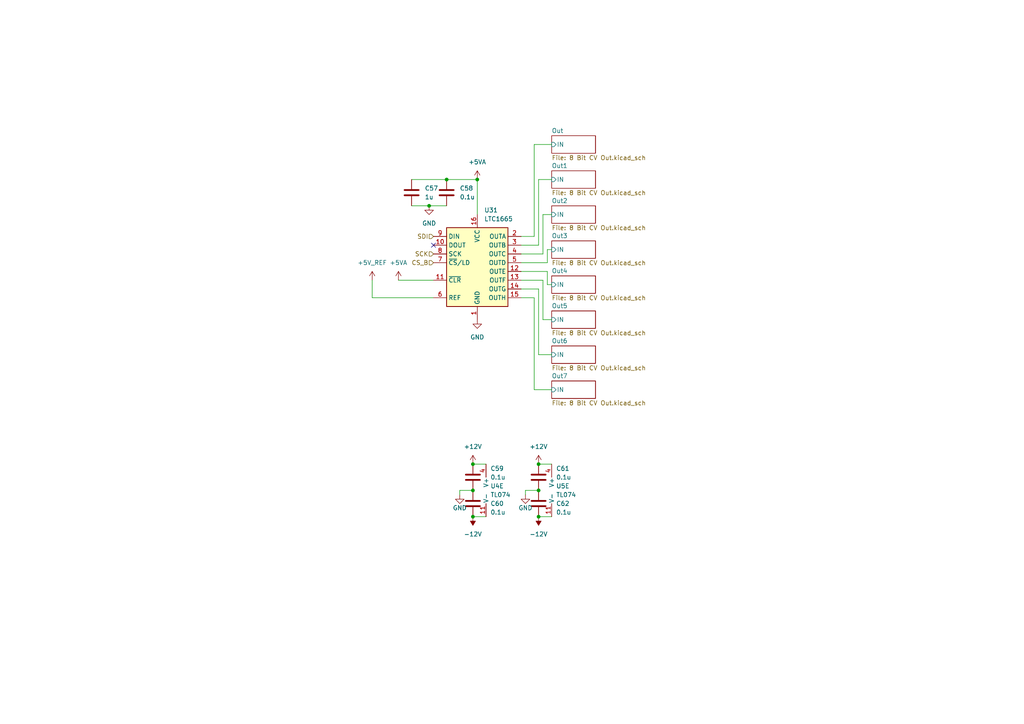
<source format=kicad_sch>
(kicad_sch (version 20211123) (generator eeschema)
  (paper "A4")
  (lib_symbols
    (symbol "Amplifier_Operational:TL074" (pin_names (offset 0.127))
      (property "Reference" "U" (at 0 5.08 0))
      (property "Value" "TL074" (at 0 -5.08 0))
      (symbol "TL074_1_1"
        (polyline (pts (xy -5.08 5.08) (xy 5.08 0) (xy -5.08 -5.08) (xy -5.08 5.08)) (stroke (width 0.254)) (fill (type background)))
        (pin output line (at 7.62 0 180) (length 2.54) (name "~") (number "1"))
        (pin input line (at -7.62 -2.54 0) (length 2.54) (name "-") (number "2"))
        (pin input line (at -7.62 2.54 0) (length 2.54) (name "+") (number "3"))
      )
      (symbol "TL074_2_1"
        (polyline (pts (xy -5.08 5.08) (xy 5.08 0) (xy -5.08 -5.08) (xy -5.08 5.08)) (stroke (width 0.254)) (fill (type background)))
        (pin input line (at -7.62 2.54 0) (length 2.54) (name "+") (number "5"))
        (pin input line (at -7.62 -2.54 0) (length 2.54) (name "-") (number "6"))
        (pin output line (at 7.62 0 180) (length 2.54) (name "~") (number "7"))
      )
      (symbol "TL074_3_1"
        (polyline (pts (xy -5.08 5.08) (xy 5.08 0) (xy -5.08 -5.08) (xy -5.08 5.08)) (stroke (width 0.254)) (fill (type background)))
        (pin input line (at -7.62 2.54 0) (length 2.54) (name "+") (number "10"))
        (pin output line (at 7.62 0 180) (length 2.54) (name "~") (number "8"))
        (pin input line (at -7.62 -2.54 0) (length 2.54) (name "-") (number "9"))
      )
      (symbol "TL074_4_1"
        (polyline (pts (xy -5.08 5.08) (xy 5.08 0) (xy -5.08 -5.08) (xy -5.08 5.08)) (stroke (width 0.254)) (fill (type background)))
        (pin input line (at -7.62 2.54 0) (length 2.54) (name "+") (number "12"))
        (pin input line (at -7.62 -2.54 0) (length 2.54) (name "-") (number "13"))
        (pin output line (at 7.62 0 180) (length 2.54) (name "~") (number "14"))
      )
      (symbol "TL074_5_1"
        (pin power_in line (at -2.54 -7.62 90) (length 3.81) (name "V-") (number "11"))
        (pin power_in line (at -2.54 7.62 270) (length 3.81) (name "V+") (number "4"))
      )
    )
    (symbol "Custom:+5V_REF" (power) (in_bom no) (on_board no)
      (property "Value" "+5V_REF" (at 0 3.81 0))
      (symbol "+5V_REF_0_1"
        (polyline (pts (xy 0 0) (xy 0 2.54)))
        (polyline (pts (xy 0 2.54) (xy -0.762 1.27)))
        (polyline (pts (xy 0 2.54) (xy 0.762 1.27)))
      )
      (symbol "+5V_REF_1_1"
        (pin power_in line (at 0 0 90) (length 0) hide (name "+5V_REF") (number "1"))
      )
    )
    (symbol "Custom:LTC1665"
      (property "Reference" "U" (at -7.62 16.51 0))
      (property "Value" "LTC1665" (at -7.62 13.97 0))
      (symbol "LTC1665_0_1"
        (rectangle (start -8.89 11.43) (end 8.89 -11.43) (stroke (width 0.254)) (fill (type background)))
      )
      (symbol "LTC1665_1_1"
        (pin power_in line (at 0 -15.24 90) (length 3.81) (name "GND") (number "1"))
        (pin output line (at -12.7 6.35 0) (length 3.81) (name "DOUT") (number "10"))
        (pin input line (at -12.7 -3.81 0) (length 3.81) (name "~{CLR}") (number "11"))
        (pin output line (at 12.7 -1.27 180) (length 3.81) (name "OUTE") (number "12"))
        (pin output line (at 12.7 -3.81 180) (length 3.81) (name "OUTF") (number "13"))
        (pin output line (at 12.7 -6.35 180) (length 3.81) (name "OUTG") (number "14"))
        (pin output line (at 12.7 -8.89 180) (length 3.81) (name "OUTH") (number "15"))
        (pin power_in line (at 0 15.24 270) (length 3.81) (name "VCC") (number "16"))
        (pin output line (at 12.7 8.89 180) (length 3.81) (name "OUTA") (number "2"))
        (pin output line (at 12.7 6.35 180) (length 3.81) (name "OUTB") (number "3"))
        (pin output line (at 12.7 3.81 180) (length 3.81) (name "OUTC") (number "4"))
        (pin output line (at 12.7 1.27 180) (length 3.81) (name "OUTD") (number "5"))
        (pin input line (at -12.7 -8.89 0) (length 3.81) (name "REF") (number "6"))
        (pin input line (at -12.7 1.27 0) (length 3.81) (name "~{CS}/LD") (number "7"))
        (pin input line (at -12.7 3.81 0) (length 3.81) (name "SCK") (number "8"))
        (pin input line (at -12.7 8.89 0) (length 3.81) (name "DIN") (number "9"))
      )
    )
    (symbol "Device:C" (pin_numbers hide) (pin_names (offset 0.254))
      (property "Reference" "C" (at 0.635 2.54 0))
      (property "Value" "C" (at 0.635 -2.54 0))
      (symbol "C_0_1"
        (polyline (pts (xy -2.032 -0.762) (xy 2.032 -0.762)) (stroke (width 0.508)))
        (polyline (pts (xy -2.032 0.762) (xy 2.032 0.762)) (stroke (width 0.508)))
      )
      (symbol "C_1_1"
        (pin passive line (at 0 3.81 270) (length 2.794) (name "~") (number "1"))
        (pin passive line (at 0 -3.81 90) (length 2.794) (name "~") (number "2"))
      )
    )
    (symbol "power:+12V" (power) (pin_names (offset 0))
      (property "Value" "+12V" (at 0 3.556 0))
      (symbol "+12V_0_1"
        (polyline (pts (xy -0.762 1.27) (xy 0 2.54)))
        (polyline (pts (xy 0 0) (xy 0 2.54)))
        (polyline (pts (xy 0 2.54) (xy 0.762 1.27)))
      )
      (symbol "+12V_1_1"
        (pin power_in line (at 0 0 90) (length 0) hide (name "+12V") (number "1"))
      )
    )
    (symbol "power:+5VA" (power) (pin_names (offset 0))
      (property "Value" "+5VA" (at 0 3.556 0))
      (symbol "+5VA_0_1"
        (polyline (pts (xy -0.762 1.27) (xy 0 2.54)))
        (polyline (pts (xy 0 0) (xy 0 2.54)))
        (polyline (pts (xy 0 2.54) (xy 0.762 1.27)))
      )
      (symbol "+5VA_1_1"
        (pin power_in line (at 0 0 90) (length 0) hide (name "+5VA") (number "1"))
      )
    )
    (symbol "power:-12V" (power) (pin_names (offset 0))
      (property "Value" "-12V" (at 0 3.81 0))
      (symbol "-12V_0_0"
        (pin power_in line (at 0 0 90) (length 0) hide (name "-12V") (number "1"))
      )
      (symbol "-12V_0_1"
        (polyline (pts (xy 0 0) (xy 0 1.27) (xy 0.762 1.27) (xy 0 2.54) (xy -0.762 1.27) (xy 0 1.27)) (fill (type outline)))
      )
    )
    (symbol "power:GND" (power) (pin_names (offset 0))
      (property "Value" "GND" (at 0 -3.81 0))
      (symbol "GND_0_1"
        (polyline (pts (xy 0 0) (xy 0 -1.27) (xy 1.27 -1.27) (xy 0 -2.54) (xy -1.27 -1.27) (xy 0 -1.27)))
      )
      (symbol "GND_1_1"
        (pin power_in line (at 0 0 270) (length 0) hide (name "GND") (number "1"))
      )
    )
  )
  (junction (at 137.16 149.86))
  (junction (at 137.16 134.62))
  (junction (at 124.46 59.69))
  (junction (at 138.43 52.07))
  (junction (at 137.16 142.24))
  (junction (at 156.21 142.24))
  (junction (at 156.21 149.86))
  (junction (at 129.54 52.07))
  (junction (at 156.21 134.62))
  (no_connect (at 125.73 71.12))
  (wire (pts (xy 156.21 83.82) (xy 156.21 102.87)))
  (wire (pts (xy 156.21 71.12) (xy 156.21 52.07)))
  (wire (pts (xy 107.95 86.36) (xy 125.73 86.36)))
  (wire (pts (xy 156.21 102.87) (xy 160.02 102.87)))
  (wire (pts (xy 129.54 52.07) (xy 138.43 52.07)))
  (wire (pts (xy 124.46 59.69) (xy 129.54 59.69)))
  (wire (pts (xy 137.16 149.86) (xy 140.97 149.86)))
  (wire (pts (xy 133.35 142.24) (xy 137.16 142.24)))
  (wire (pts (xy 151.13 68.58) (xy 154.94 68.58)))
  (wire (pts (xy 151.13 76.2) (xy 158.75 76.2)))
  (wire (pts (xy 151.13 81.28) (xy 157.48 81.28)))
  (wire (pts (xy 154.94 113.03) (xy 160.02 113.03)))
  (wire (pts (xy 154.94 68.58) (xy 154.94 41.91)))
  (wire (pts (xy 119.38 59.69) (xy 124.46 59.69)))
  (wire (pts (xy 151.13 71.12) (xy 156.21 71.12)))
  (wire (pts (xy 158.75 76.2) (xy 158.75 72.39)))
  (wire (pts (xy 152.4 142.24) (xy 156.21 142.24)))
  (wire (pts (xy 158.75 78.74) (xy 158.75 82.55)))
  (wire (pts (xy 156.21 149.86) (xy 160.02 149.86)))
  (wire (pts (xy 151.13 86.36) (xy 154.94 86.36)))
  (wire (pts (xy 151.13 83.82) (xy 156.21 83.82)))
  (wire (pts (xy 115.57 81.28) (xy 125.73 81.28)))
  (wire (pts (xy 119.38 52.07) (xy 129.54 52.07)))
  (wire (pts (xy 154.94 41.91) (xy 160.02 41.91)))
  (wire (pts (xy 107.95 81.28) (xy 107.95 86.36)))
  (wire (pts (xy 151.13 78.74) (xy 158.75 78.74)))
  (wire (pts (xy 156.21 52.07) (xy 160.02 52.07)))
  (wire (pts (xy 154.94 86.36) (xy 154.94 113.03)))
  (wire (pts (xy 137.16 134.62) (xy 140.97 134.62)))
  (wire (pts (xy 157.48 62.23) (xy 160.02 62.23)))
  (wire (pts (xy 157.48 81.28) (xy 157.48 92.71)))
  (wire (pts (xy 151.13 73.66) (xy 157.48 73.66)))
  (wire (pts (xy 158.75 72.39) (xy 160.02 72.39)))
  (wire (pts (xy 138.43 52.07) (xy 138.43 62.23)))
  (wire (pts (xy 158.75 82.55) (xy 160.02 82.55)))
  (wire (pts (xy 157.48 92.71) (xy 160.02 92.71)))
  (wire (pts (xy 133.35 143.51) (xy 133.35 142.24)))
  (wire (pts (xy 152.4 143.51) (xy 152.4 142.24)))
  (wire (pts (xy 157.48 73.66) (xy 157.48 62.23)))
  (wire (pts (xy 156.21 134.62) (xy 160.02 134.62)))
  (hierarchical_label "SCK" (shape input) (at 125.73 73.66 180))
  (hierarchical_label "SDI" (shape input) (at 125.73 68.58 180))
  (hierarchical_label "CS_B" (shape input) (at 125.73 76.2 180))
  (symbol (lib_id "power:+5VA") (at 138.43 52.07 0) (unit 1)
    (property "Reference" "#PWR0117" (effects hide))
    (property "Value" "+5VA" (at 138.43 46.99 0))
  )
  (symbol (lib_id "power:GND") (at 152.4 143.51 0) (unit 1)
    (property "Reference" "#PWR0119" (effects hide))
    (property "Value" "GND" (at 152.4 147.32 0))
  )
  (symbol (lib_id "Device:C") (at 156.21 138.43 180) (unit 1)
    (property "Reference" "C61" (at 161.29 135.89 0) (effects (justify right)))
    (property "Value" "0.1u" (at 161.29 138.43 0) (effects (justify right)))
  )
  (symbol (lib_id "power:+5VA") (at 115.57 81.28 0) (unit 1)
    (property "Reference" "#PWR0112" (effects hide))
    (property "Value" "+5VA" (at 115.57 76.2 0))
  )
  (symbol (lib_id "power:GND") (at 138.43 92.71 0) (unit 1)
    (property "Reference" "#PWR0118" (effects hide))
    (property "Value" "GND" (at 138.43 97.79 0))
  )
  (symbol (lib_id "Amplifier_Operational:TL074") (at 162.56 142.24 0) (unit 5)
    (property "Reference" "U5" (at 161.29 140.9699 0) (effects (justify left)))
    (property "Value" "TL074" (at 161.29 143.5099 0) (effects (justify left)))
    (property "Datasheet" "http://www.ti.com/lit/ds/symlink/tl071.pdf" (effects hide))
  )
  (symbol (lib_id "Amplifier_Operational:TL074") (at 143.51 142.24 0) (unit 5)
    (property "Reference" "U4" (at 142.24 140.9699 0) (effects (justify left)))
    (property "Value" "TL074" (at 142.24 143.5099 0) (effects (justify left)))
    (property "Datasheet" "http://www.ti.com/lit/ds/symlink/tl071.pdf" (effects hide))
  )
  (symbol (lib_id "Device:C") (at 129.54 55.88 0) (unit 1)
    (property "Reference" "C58" (at 133.35 54.6099 0) (effects (justify left)))
    (property "Value" "0.1u" (at 133.35 57.1499 0) (effects (justify left)))
  )
  (symbol (lib_id "power:-12V") (at 137.16 149.86 180) (unit 1)
    (property "Reference" "#PWR0116" (effects hide))
    (property "Value" "-12V" (at 137.16 154.94 0))
  )
  (symbol (lib_id "power:+12V") (at 137.16 134.62 0) (unit 1)
    (property "Reference" "#PWR0115" (effects hide))
    (property "Value" "+12V" (at 137.16 129.54 0))
  )
  (symbol (lib_id "power:GND") (at 133.35 143.51 0) (unit 1)
    (property "Reference" "#PWR0114" (effects hide))
    (property "Value" "GND" (at 133.35 147.32 0))
  )
  (symbol (lib_id "Device:C") (at 137.16 138.43 180) (unit 1)
    (property "Reference" "C59" (at 142.24 135.89 0) (effects (justify right)))
    (property "Value" "0.1u" (at 142.24 138.43 0) (effects (justify right)))
  )
  (symbol (lib_id "Device:C") (at 119.38 55.88 0) (unit 1)
    (property "Reference" "C57" (at 123.19 54.6099 0) (effects (justify left)))
    (property "Value" "1u" (at 123.19 57.1499 0) (effects (justify left)))
  )
  (symbol (lib_id "Device:C") (at 156.21 146.05 180) (unit 1)
    (property "Reference" "C62" (at 161.29 146.05 0) (effects (justify right)))
    (property "Value" "0.1u" (at 161.29 148.59 0) (effects (justify right)))
  )
  (symbol (lib_id "Custom:LTC1665") (at 138.43 77.47 0) (unit 1)
    (property "Reference" "U31" (at 140.4494 60.96 0) (effects (justify left)))
    (property "Value" "LTC1665" (at 140.4494 63.5 0) (effects (justify left)))
  )
  (symbol (lib_id "Custom:+5V_REF") (at 107.95 81.28 0) (unit 1) (in_bom no) (on_board no)
    (property "Reference" "#PWR0111" (effects hide))
    (property "Value" "+5V_REF" (at 107.95 76.2 0))
  )
  (symbol (lib_id "power:GND") (at 124.46 59.69 0) (unit 1)
    (property "Reference" "#PWR0113" (effects hide))
    (property "Value" "GND" (at 124.46 64.77 0))
  )
  (symbol (lib_id "Device:C") (at 137.16 146.05 180) (unit 1)
    (property "Reference" "C60" (at 142.24 146.05 0) (effects (justify right)))
    (property "Value" "0.1u" (at 142.24 148.59 0) (effects (justify right)))
  )
  (symbol (lib_id "power:+12V") (at 156.21 134.62 0) (unit 1)
    (property "Reference" "#PWR0120" (effects hide))
    (property "Value" "+12V" (at 156.21 129.54 0))
  )
  (symbol (lib_id "power:-12V") (at 156.21 149.86 180) (unit 1)
    (property "Reference" "#PWR0121" (effects hide))
    (property "Value" "-12V" (at 156.21 154.94 0))
  )
  (sheet (at 160.02 110.49) (size 12.7 5.08) (stroke (width 0.1524))
    (property "Sheet name" "Out7" (at 160.02 109.7784 0) (effects (justify left bottom)))
    (property "Sheet file" "8 Bit CV Out.kicad_sch" (at 160.02 116.1546 0) (effects (justify left top)))
    (pin "IN" input (at 160.02 113.03 180))
  )
  (sheet (at 160.02 100.33) (size 12.7 5.08) (stroke (width 0.1524))
    (property "Sheet name" "Out6" (at 160.02 99.6184 0) (effects (justify left bottom)))
    (property "Sheet file" "8 Bit CV Out.kicad_sch" (at 160.02 105.9946 0) (effects (justify left top)))
    (pin "IN" input (at 160.02 102.87 180))
  )
  (sheet (at 160.02 80.01) (size 12.7 5.08) (stroke (width 0.1524))
    (property "Sheet name" "Out4" (at 160.02 79.2984 0) (effects (justify left bottom)))
    (property "Sheet file" "8 Bit CV Out.kicad_sch" (at 160.02 85.6746 0) (effects (justify left top)))
    (pin "IN" input (at 160.02 82.55 180))
  )
  (sheet (at 160.02 90.17) (size 12.7 5.08) (stroke (width 0.1524))
    (property "Sheet name" "Out5" (at 160.02 89.4584 0) (effects (justify left bottom)))
    (property "Sheet file" "8 Bit CV Out.kicad_sch" (at 160.02 95.8346 0) (effects (justify left top)))
    (pin "IN" input (at 160.02 92.71 180))
  )
  (sheet (at 160.02 59.69) (size 12.7 5.08) (stroke (width 0.1524))
    (property "Sheet name" "Out2" (at 160.02 58.9784 0) (effects (justify left bottom)))
    (property "Sheet file" "8 Bit CV Out.kicad_sch" (at 160.02 65.3546 0) (effects (justify left top)))
    (pin "IN" input (at 160.02 62.23 180))
  )
  (sheet (at 160.02 69.85) (size 12.7 5.08) (stroke (width 0.1524))
    (property "Sheet name" "Out3" (at 160.02 69.1384 0) (effects (justify left bottom)))
    (property "Sheet file" "8 Bit CV Out.kicad_sch" (at 160.02 75.5146 0) (effects (justify left top)))
    (pin "IN" input (at 160.02 72.39 180))
  )
  (sheet (at 160.02 49.53) (size 12.7 5.08) (stroke (width 0.1524))
    (property "Sheet name" "Out1" (at 160.02 48.8184 0) (effects (justify left bottom)))
    (property "Sheet file" "8 Bit CV Out.kicad_sch" (at 160.02 55.1946 0) (effects (justify left top)))
    (pin "IN" input (at 160.02 52.07 180))
  )
  (sheet (at 160.02 39.37) (size 12.7 5.08) (stroke (width 0.1524))
    (property "Sheet name" "Out" (at 160.02 38.6584 0) (effects (justify left bottom)))
    (property "Sheet file" "8 Bit CV Out.kicad_sch" (at 160.02 45.0346 0) (effects (justify left top)))
    (pin "IN" input (at 160.02 41.91 180))
  )
)
</source>
